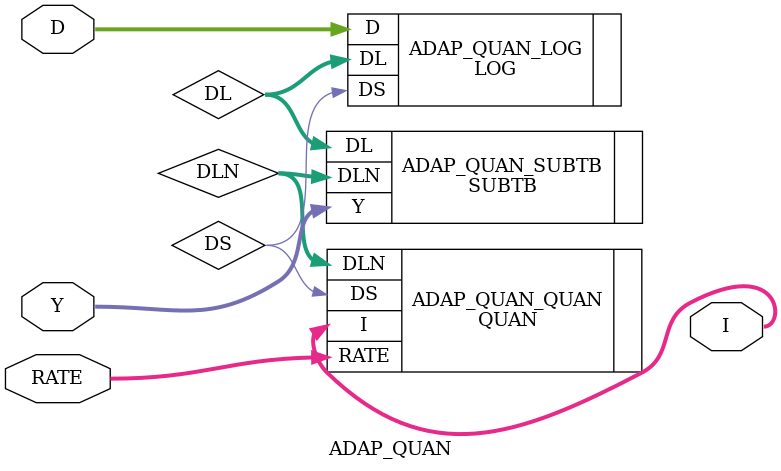
<source format=v>
/* 
* Removed test ports- Not required for this module
*
*
*////////////////////////////////////////////////
module ADAP_QUAN (
	   D,
	   Y,
	   I,
	   RATE
       );
                       // system clock
input [15:0]  D;
input [12:0]  Y;
input [1:0]   RATE;    

output [4:0]  I;

wire [10:0] DL;
wire [11:0] DLN;
wire DS;

LOG ADAP_QUAN_LOG(
	.D(D),
	.DS(DS),
	.DL(DL)
);

SUBTB ADAP_QUAN_SUBTB(
	.DL(DL),
	.Y(Y),
	.DLN(DLN)
);

QUAN ADAP_QUAN_QUAN(
	.DLN(DLN),
	.DS(DS),
	.I(I),
	.RATE(RATE)
);

endmodule // ADAP_QUAN

</source>
